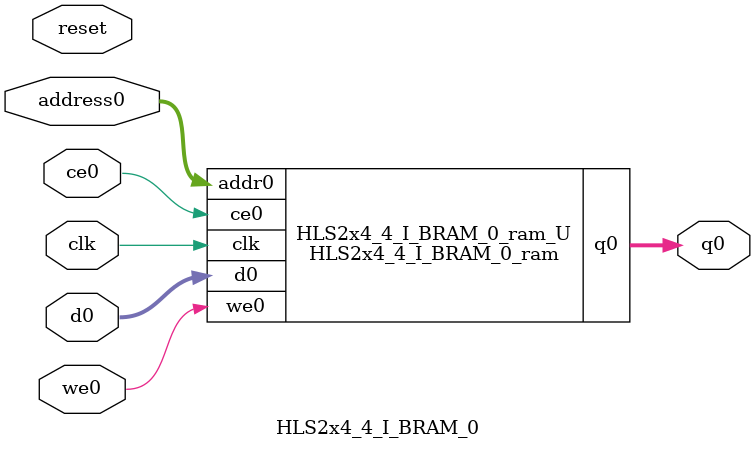
<source format=v>

`timescale 1 ns / 1 ps
module HLS2x4_4_I_BRAM_0_ram (addr0, ce0, d0, we0, q0,  clk);

parameter DWIDTH = 16;
parameter AWIDTH = 8;
parameter MEM_SIZE = 225;

input[AWIDTH-1:0] addr0;
input ce0;
input[DWIDTH-1:0] d0;
input we0;
output reg[DWIDTH-1:0] q0;
input clk;

(* ram_style = "block" *)reg [DWIDTH-1:0] ram[0:MEM_SIZE-1];




always @(posedge clk)  
begin 
    if (ce0) 
    begin
        if (we0) 
        begin 
            ram[addr0] <= d0; 
            q0 <= d0;
        end 
        else 
            q0 <= ram[addr0];
    end
end


endmodule


`timescale 1 ns / 1 ps
module HLS2x4_4_I_BRAM_0(
    reset,
    clk,
    address0,
    ce0,
    we0,
    d0,
    q0);

parameter DataWidth = 32'd16;
parameter AddressRange = 32'd225;
parameter AddressWidth = 32'd8;
input reset;
input clk;
input[AddressWidth - 1:0] address0;
input ce0;
input we0;
input[DataWidth - 1:0] d0;
output[DataWidth - 1:0] q0;



HLS2x4_4_I_BRAM_0_ram HLS2x4_4_I_BRAM_0_ram_U(
    .clk( clk ),
    .addr0( address0 ),
    .ce0( ce0 ),
    .d0( d0 ),
    .we0( we0 ),
    .q0( q0 ));

endmodule


</source>
